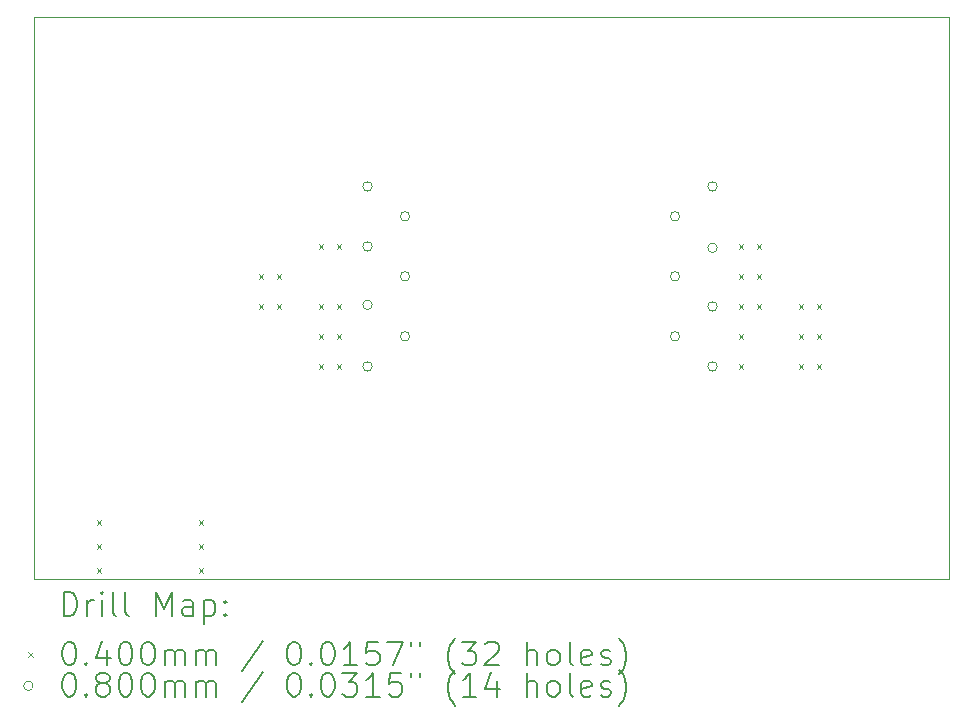
<source format=gbr>
%TF.GenerationSoftware,KiCad,Pcbnew,(6.0.9)*%
%TF.CreationDate,2022-12-04T20:24:47+08:00*%
%TF.ProjectId,kirdyShield,6b697264-7953-4686-9965-6c642e6b6963,rev?*%
%TF.SameCoordinates,Original*%
%TF.FileFunction,Drillmap*%
%TF.FilePolarity,Positive*%
%FSLAX45Y45*%
G04 Gerber Fmt 4.5, Leading zero omitted, Abs format (unit mm)*
G04 Created by KiCad (PCBNEW (6.0.9)) date 2022-12-04 20:24:47*
%MOMM*%
%LPD*%
G01*
G04 APERTURE LIST*
%ADD10C,0.100000*%
%ADD11C,0.200000*%
%ADD12C,0.040000*%
%ADD13C,0.080000*%
G04 APERTURE END LIST*
D10*
X13750000Y-10000000D02*
X6000000Y-10000000D01*
X13750000Y-10250000D02*
X13750000Y-10000000D01*
X13750000Y-14750000D02*
X13750000Y-10250000D01*
X6000000Y-14750000D02*
X13750000Y-14750000D01*
X6000000Y-10000000D02*
X6000000Y-14750000D01*
D11*
D12*
X6533200Y-14254800D02*
X6573200Y-14294800D01*
X6573200Y-14254800D02*
X6533200Y-14294800D01*
X6533200Y-14458000D02*
X6573200Y-14498000D01*
X6573200Y-14458000D02*
X6533200Y-14498000D01*
X6533200Y-14661200D02*
X6573200Y-14701200D01*
X6573200Y-14661200D02*
X6533200Y-14701200D01*
X7396800Y-14254800D02*
X7436800Y-14294800D01*
X7436800Y-14254800D02*
X7396800Y-14294800D01*
X7396800Y-14458000D02*
X7436800Y-14498000D01*
X7436800Y-14458000D02*
X7396800Y-14498000D01*
X7396800Y-14661200D02*
X7436800Y-14701200D01*
X7436800Y-14661200D02*
X7396800Y-14701200D01*
X7904800Y-12172000D02*
X7944800Y-12212000D01*
X7944800Y-12172000D02*
X7904800Y-12212000D01*
X7904800Y-12426000D02*
X7944800Y-12466000D01*
X7944800Y-12426000D02*
X7904800Y-12466000D01*
X8057200Y-12172000D02*
X8097200Y-12212000D01*
X8097200Y-12172000D02*
X8057200Y-12212000D01*
X8057200Y-12426000D02*
X8097200Y-12466000D01*
X8097200Y-12426000D02*
X8057200Y-12466000D01*
X8412800Y-11918000D02*
X8452800Y-11958000D01*
X8452800Y-11918000D02*
X8412800Y-11958000D01*
X8412800Y-12426000D02*
X8452800Y-12466000D01*
X8452800Y-12426000D02*
X8412800Y-12466000D01*
X8412800Y-12680000D02*
X8452800Y-12720000D01*
X8452800Y-12680000D02*
X8412800Y-12720000D01*
X8412800Y-12934000D02*
X8452800Y-12974000D01*
X8452800Y-12934000D02*
X8412800Y-12974000D01*
X8565200Y-11918000D02*
X8605200Y-11958000D01*
X8605200Y-11918000D02*
X8565200Y-11958000D01*
X8565200Y-12426000D02*
X8605200Y-12466000D01*
X8605200Y-12426000D02*
X8565200Y-12466000D01*
X8565200Y-12680000D02*
X8605200Y-12720000D01*
X8605200Y-12680000D02*
X8565200Y-12720000D01*
X8565200Y-12934000D02*
X8605200Y-12974000D01*
X8605200Y-12934000D02*
X8565200Y-12974000D01*
X11968800Y-11918000D02*
X12008800Y-11958000D01*
X12008800Y-11918000D02*
X11968800Y-11958000D01*
X11968800Y-12172000D02*
X12008800Y-12212000D01*
X12008800Y-12172000D02*
X11968800Y-12212000D01*
X11968800Y-12426000D02*
X12008800Y-12466000D01*
X12008800Y-12426000D02*
X11968800Y-12466000D01*
X11968800Y-12680000D02*
X12008800Y-12720000D01*
X12008800Y-12680000D02*
X11968800Y-12720000D01*
X11968800Y-12934000D02*
X12008800Y-12974000D01*
X12008800Y-12934000D02*
X11968800Y-12974000D01*
X12121200Y-11918000D02*
X12161200Y-11958000D01*
X12161200Y-11918000D02*
X12121200Y-11958000D01*
X12121200Y-12172000D02*
X12161200Y-12212000D01*
X12161200Y-12172000D02*
X12121200Y-12212000D01*
X12121200Y-12426000D02*
X12161200Y-12466000D01*
X12161200Y-12426000D02*
X12121200Y-12466000D01*
X12476800Y-12426000D02*
X12516800Y-12466000D01*
X12516800Y-12426000D02*
X12476800Y-12466000D01*
X12476800Y-12680000D02*
X12516800Y-12720000D01*
X12516800Y-12680000D02*
X12476800Y-12720000D01*
X12476800Y-12934000D02*
X12516800Y-12974000D01*
X12516800Y-12934000D02*
X12476800Y-12974000D01*
X12629200Y-12426000D02*
X12669200Y-12466000D01*
X12669200Y-12426000D02*
X12629200Y-12466000D01*
X12629200Y-12680000D02*
X12669200Y-12720000D01*
X12669200Y-12680000D02*
X12629200Y-12720000D01*
X12629200Y-12934000D02*
X12669200Y-12974000D01*
X12669200Y-12934000D02*
X12629200Y-12974000D01*
D13*
X8866500Y-11430000D02*
G75*
G03*
X8866500Y-11430000I-40000J0D01*
G01*
X8866500Y-11938000D02*
G75*
G03*
X8866500Y-11938000I-40000J0D01*
G01*
X8866500Y-12433300D02*
G75*
G03*
X8866500Y-12433300I-40000J0D01*
G01*
X8866500Y-12954000D02*
G75*
G03*
X8866500Y-12954000I-40000J0D01*
G01*
X9184000Y-11684000D02*
G75*
G03*
X9184000Y-11684000I-40000J0D01*
G01*
X9184000Y-12192000D02*
G75*
G03*
X9184000Y-12192000I-40000J0D01*
G01*
X9184000Y-12700000D02*
G75*
G03*
X9184000Y-12700000I-40000J0D01*
G01*
X11470000Y-11684000D02*
G75*
G03*
X11470000Y-11684000I-40000J0D01*
G01*
X11470000Y-12192000D02*
G75*
G03*
X11470000Y-12192000I-40000J0D01*
G01*
X11470000Y-12700000D02*
G75*
G03*
X11470000Y-12700000I-40000J0D01*
G01*
X11787500Y-11430000D02*
G75*
G03*
X11787500Y-11430000I-40000J0D01*
G01*
X11787500Y-11950700D02*
G75*
G03*
X11787500Y-11950700I-40000J0D01*
G01*
X11787500Y-12446000D02*
G75*
G03*
X11787500Y-12446000I-40000J0D01*
G01*
X11787500Y-12954000D02*
G75*
G03*
X11787500Y-12954000I-40000J0D01*
G01*
D11*
X6252619Y-15065476D02*
X6252619Y-14865476D01*
X6300238Y-14865476D01*
X6328809Y-14875000D01*
X6347857Y-14894048D01*
X6357381Y-14913095D01*
X6366905Y-14951190D01*
X6366905Y-14979762D01*
X6357381Y-15017857D01*
X6347857Y-15036905D01*
X6328809Y-15055952D01*
X6300238Y-15065476D01*
X6252619Y-15065476D01*
X6452619Y-15065476D02*
X6452619Y-14932143D01*
X6452619Y-14970238D02*
X6462143Y-14951190D01*
X6471667Y-14941667D01*
X6490714Y-14932143D01*
X6509762Y-14932143D01*
X6576428Y-15065476D02*
X6576428Y-14932143D01*
X6576428Y-14865476D02*
X6566905Y-14875000D01*
X6576428Y-14884524D01*
X6585952Y-14875000D01*
X6576428Y-14865476D01*
X6576428Y-14884524D01*
X6700238Y-15065476D02*
X6681190Y-15055952D01*
X6671667Y-15036905D01*
X6671667Y-14865476D01*
X6805000Y-15065476D02*
X6785952Y-15055952D01*
X6776428Y-15036905D01*
X6776428Y-14865476D01*
X7033571Y-15065476D02*
X7033571Y-14865476D01*
X7100238Y-15008333D01*
X7166905Y-14865476D01*
X7166905Y-15065476D01*
X7347857Y-15065476D02*
X7347857Y-14960714D01*
X7338333Y-14941667D01*
X7319286Y-14932143D01*
X7281190Y-14932143D01*
X7262143Y-14941667D01*
X7347857Y-15055952D02*
X7328809Y-15065476D01*
X7281190Y-15065476D01*
X7262143Y-15055952D01*
X7252619Y-15036905D01*
X7252619Y-15017857D01*
X7262143Y-14998809D01*
X7281190Y-14989286D01*
X7328809Y-14989286D01*
X7347857Y-14979762D01*
X7443095Y-14932143D02*
X7443095Y-15132143D01*
X7443095Y-14941667D02*
X7462143Y-14932143D01*
X7500238Y-14932143D01*
X7519286Y-14941667D01*
X7528809Y-14951190D01*
X7538333Y-14970238D01*
X7538333Y-15027381D01*
X7528809Y-15046428D01*
X7519286Y-15055952D01*
X7500238Y-15065476D01*
X7462143Y-15065476D01*
X7443095Y-15055952D01*
X7624048Y-15046428D02*
X7633571Y-15055952D01*
X7624048Y-15065476D01*
X7614524Y-15055952D01*
X7624048Y-15046428D01*
X7624048Y-15065476D01*
X7624048Y-14941667D02*
X7633571Y-14951190D01*
X7624048Y-14960714D01*
X7614524Y-14951190D01*
X7624048Y-14941667D01*
X7624048Y-14960714D01*
D12*
X5955000Y-15375000D02*
X5995000Y-15415000D01*
X5995000Y-15375000D02*
X5955000Y-15415000D01*
D11*
X6290714Y-15285476D02*
X6309762Y-15285476D01*
X6328809Y-15295000D01*
X6338333Y-15304524D01*
X6347857Y-15323571D01*
X6357381Y-15361667D01*
X6357381Y-15409286D01*
X6347857Y-15447381D01*
X6338333Y-15466428D01*
X6328809Y-15475952D01*
X6309762Y-15485476D01*
X6290714Y-15485476D01*
X6271667Y-15475952D01*
X6262143Y-15466428D01*
X6252619Y-15447381D01*
X6243095Y-15409286D01*
X6243095Y-15361667D01*
X6252619Y-15323571D01*
X6262143Y-15304524D01*
X6271667Y-15295000D01*
X6290714Y-15285476D01*
X6443095Y-15466428D02*
X6452619Y-15475952D01*
X6443095Y-15485476D01*
X6433571Y-15475952D01*
X6443095Y-15466428D01*
X6443095Y-15485476D01*
X6624048Y-15352143D02*
X6624048Y-15485476D01*
X6576428Y-15275952D02*
X6528809Y-15418809D01*
X6652619Y-15418809D01*
X6766905Y-15285476D02*
X6785952Y-15285476D01*
X6805000Y-15295000D01*
X6814524Y-15304524D01*
X6824048Y-15323571D01*
X6833571Y-15361667D01*
X6833571Y-15409286D01*
X6824048Y-15447381D01*
X6814524Y-15466428D01*
X6805000Y-15475952D01*
X6785952Y-15485476D01*
X6766905Y-15485476D01*
X6747857Y-15475952D01*
X6738333Y-15466428D01*
X6728809Y-15447381D01*
X6719286Y-15409286D01*
X6719286Y-15361667D01*
X6728809Y-15323571D01*
X6738333Y-15304524D01*
X6747857Y-15295000D01*
X6766905Y-15285476D01*
X6957381Y-15285476D02*
X6976428Y-15285476D01*
X6995476Y-15295000D01*
X7005000Y-15304524D01*
X7014524Y-15323571D01*
X7024048Y-15361667D01*
X7024048Y-15409286D01*
X7014524Y-15447381D01*
X7005000Y-15466428D01*
X6995476Y-15475952D01*
X6976428Y-15485476D01*
X6957381Y-15485476D01*
X6938333Y-15475952D01*
X6928809Y-15466428D01*
X6919286Y-15447381D01*
X6909762Y-15409286D01*
X6909762Y-15361667D01*
X6919286Y-15323571D01*
X6928809Y-15304524D01*
X6938333Y-15295000D01*
X6957381Y-15285476D01*
X7109762Y-15485476D02*
X7109762Y-15352143D01*
X7109762Y-15371190D02*
X7119286Y-15361667D01*
X7138333Y-15352143D01*
X7166905Y-15352143D01*
X7185952Y-15361667D01*
X7195476Y-15380714D01*
X7195476Y-15485476D01*
X7195476Y-15380714D02*
X7205000Y-15361667D01*
X7224048Y-15352143D01*
X7252619Y-15352143D01*
X7271667Y-15361667D01*
X7281190Y-15380714D01*
X7281190Y-15485476D01*
X7376428Y-15485476D02*
X7376428Y-15352143D01*
X7376428Y-15371190D02*
X7385952Y-15361667D01*
X7405000Y-15352143D01*
X7433571Y-15352143D01*
X7452619Y-15361667D01*
X7462143Y-15380714D01*
X7462143Y-15485476D01*
X7462143Y-15380714D02*
X7471667Y-15361667D01*
X7490714Y-15352143D01*
X7519286Y-15352143D01*
X7538333Y-15361667D01*
X7547857Y-15380714D01*
X7547857Y-15485476D01*
X7938333Y-15275952D02*
X7766905Y-15533095D01*
X8195476Y-15285476D02*
X8214524Y-15285476D01*
X8233571Y-15295000D01*
X8243095Y-15304524D01*
X8252619Y-15323571D01*
X8262143Y-15361667D01*
X8262143Y-15409286D01*
X8252619Y-15447381D01*
X8243095Y-15466428D01*
X8233571Y-15475952D01*
X8214524Y-15485476D01*
X8195476Y-15485476D01*
X8176428Y-15475952D01*
X8166905Y-15466428D01*
X8157381Y-15447381D01*
X8147857Y-15409286D01*
X8147857Y-15361667D01*
X8157381Y-15323571D01*
X8166905Y-15304524D01*
X8176428Y-15295000D01*
X8195476Y-15285476D01*
X8347857Y-15466428D02*
X8357381Y-15475952D01*
X8347857Y-15485476D01*
X8338333Y-15475952D01*
X8347857Y-15466428D01*
X8347857Y-15485476D01*
X8481190Y-15285476D02*
X8500238Y-15285476D01*
X8519286Y-15295000D01*
X8528810Y-15304524D01*
X8538333Y-15323571D01*
X8547857Y-15361667D01*
X8547857Y-15409286D01*
X8538333Y-15447381D01*
X8528810Y-15466428D01*
X8519286Y-15475952D01*
X8500238Y-15485476D01*
X8481190Y-15485476D01*
X8462143Y-15475952D01*
X8452619Y-15466428D01*
X8443095Y-15447381D01*
X8433571Y-15409286D01*
X8433571Y-15361667D01*
X8443095Y-15323571D01*
X8452619Y-15304524D01*
X8462143Y-15295000D01*
X8481190Y-15285476D01*
X8738333Y-15485476D02*
X8624048Y-15485476D01*
X8681190Y-15485476D02*
X8681190Y-15285476D01*
X8662143Y-15314048D01*
X8643095Y-15333095D01*
X8624048Y-15342619D01*
X8919286Y-15285476D02*
X8824048Y-15285476D01*
X8814524Y-15380714D01*
X8824048Y-15371190D01*
X8843095Y-15361667D01*
X8890714Y-15361667D01*
X8909762Y-15371190D01*
X8919286Y-15380714D01*
X8928810Y-15399762D01*
X8928810Y-15447381D01*
X8919286Y-15466428D01*
X8909762Y-15475952D01*
X8890714Y-15485476D01*
X8843095Y-15485476D01*
X8824048Y-15475952D01*
X8814524Y-15466428D01*
X8995476Y-15285476D02*
X9128810Y-15285476D01*
X9043095Y-15485476D01*
X9195476Y-15285476D02*
X9195476Y-15323571D01*
X9271667Y-15285476D02*
X9271667Y-15323571D01*
X9566905Y-15561667D02*
X9557381Y-15552143D01*
X9538333Y-15523571D01*
X9528810Y-15504524D01*
X9519286Y-15475952D01*
X9509762Y-15428333D01*
X9509762Y-15390238D01*
X9519286Y-15342619D01*
X9528810Y-15314048D01*
X9538333Y-15295000D01*
X9557381Y-15266428D01*
X9566905Y-15256905D01*
X9624048Y-15285476D02*
X9747857Y-15285476D01*
X9681190Y-15361667D01*
X9709762Y-15361667D01*
X9728810Y-15371190D01*
X9738333Y-15380714D01*
X9747857Y-15399762D01*
X9747857Y-15447381D01*
X9738333Y-15466428D01*
X9728810Y-15475952D01*
X9709762Y-15485476D01*
X9652619Y-15485476D01*
X9633571Y-15475952D01*
X9624048Y-15466428D01*
X9824048Y-15304524D02*
X9833571Y-15295000D01*
X9852619Y-15285476D01*
X9900238Y-15285476D01*
X9919286Y-15295000D01*
X9928810Y-15304524D01*
X9938333Y-15323571D01*
X9938333Y-15342619D01*
X9928810Y-15371190D01*
X9814524Y-15485476D01*
X9938333Y-15485476D01*
X10176429Y-15485476D02*
X10176429Y-15285476D01*
X10262143Y-15485476D02*
X10262143Y-15380714D01*
X10252619Y-15361667D01*
X10233571Y-15352143D01*
X10205000Y-15352143D01*
X10185952Y-15361667D01*
X10176429Y-15371190D01*
X10385952Y-15485476D02*
X10366905Y-15475952D01*
X10357381Y-15466428D01*
X10347857Y-15447381D01*
X10347857Y-15390238D01*
X10357381Y-15371190D01*
X10366905Y-15361667D01*
X10385952Y-15352143D01*
X10414524Y-15352143D01*
X10433571Y-15361667D01*
X10443095Y-15371190D01*
X10452619Y-15390238D01*
X10452619Y-15447381D01*
X10443095Y-15466428D01*
X10433571Y-15475952D01*
X10414524Y-15485476D01*
X10385952Y-15485476D01*
X10566905Y-15485476D02*
X10547857Y-15475952D01*
X10538333Y-15456905D01*
X10538333Y-15285476D01*
X10719286Y-15475952D02*
X10700238Y-15485476D01*
X10662143Y-15485476D01*
X10643095Y-15475952D01*
X10633571Y-15456905D01*
X10633571Y-15380714D01*
X10643095Y-15361667D01*
X10662143Y-15352143D01*
X10700238Y-15352143D01*
X10719286Y-15361667D01*
X10728810Y-15380714D01*
X10728810Y-15399762D01*
X10633571Y-15418809D01*
X10805000Y-15475952D02*
X10824048Y-15485476D01*
X10862143Y-15485476D01*
X10881190Y-15475952D01*
X10890714Y-15456905D01*
X10890714Y-15447381D01*
X10881190Y-15428333D01*
X10862143Y-15418809D01*
X10833571Y-15418809D01*
X10814524Y-15409286D01*
X10805000Y-15390238D01*
X10805000Y-15380714D01*
X10814524Y-15361667D01*
X10833571Y-15352143D01*
X10862143Y-15352143D01*
X10881190Y-15361667D01*
X10957381Y-15561667D02*
X10966905Y-15552143D01*
X10985952Y-15523571D01*
X10995476Y-15504524D01*
X11005000Y-15475952D01*
X11014524Y-15428333D01*
X11014524Y-15390238D01*
X11005000Y-15342619D01*
X10995476Y-15314048D01*
X10985952Y-15295000D01*
X10966905Y-15266428D01*
X10957381Y-15256905D01*
D13*
X5995000Y-15659000D02*
G75*
G03*
X5995000Y-15659000I-40000J0D01*
G01*
D11*
X6290714Y-15549476D02*
X6309762Y-15549476D01*
X6328809Y-15559000D01*
X6338333Y-15568524D01*
X6347857Y-15587571D01*
X6357381Y-15625667D01*
X6357381Y-15673286D01*
X6347857Y-15711381D01*
X6338333Y-15730428D01*
X6328809Y-15739952D01*
X6309762Y-15749476D01*
X6290714Y-15749476D01*
X6271667Y-15739952D01*
X6262143Y-15730428D01*
X6252619Y-15711381D01*
X6243095Y-15673286D01*
X6243095Y-15625667D01*
X6252619Y-15587571D01*
X6262143Y-15568524D01*
X6271667Y-15559000D01*
X6290714Y-15549476D01*
X6443095Y-15730428D02*
X6452619Y-15739952D01*
X6443095Y-15749476D01*
X6433571Y-15739952D01*
X6443095Y-15730428D01*
X6443095Y-15749476D01*
X6566905Y-15635190D02*
X6547857Y-15625667D01*
X6538333Y-15616143D01*
X6528809Y-15597095D01*
X6528809Y-15587571D01*
X6538333Y-15568524D01*
X6547857Y-15559000D01*
X6566905Y-15549476D01*
X6605000Y-15549476D01*
X6624048Y-15559000D01*
X6633571Y-15568524D01*
X6643095Y-15587571D01*
X6643095Y-15597095D01*
X6633571Y-15616143D01*
X6624048Y-15625667D01*
X6605000Y-15635190D01*
X6566905Y-15635190D01*
X6547857Y-15644714D01*
X6538333Y-15654238D01*
X6528809Y-15673286D01*
X6528809Y-15711381D01*
X6538333Y-15730428D01*
X6547857Y-15739952D01*
X6566905Y-15749476D01*
X6605000Y-15749476D01*
X6624048Y-15739952D01*
X6633571Y-15730428D01*
X6643095Y-15711381D01*
X6643095Y-15673286D01*
X6633571Y-15654238D01*
X6624048Y-15644714D01*
X6605000Y-15635190D01*
X6766905Y-15549476D02*
X6785952Y-15549476D01*
X6805000Y-15559000D01*
X6814524Y-15568524D01*
X6824048Y-15587571D01*
X6833571Y-15625667D01*
X6833571Y-15673286D01*
X6824048Y-15711381D01*
X6814524Y-15730428D01*
X6805000Y-15739952D01*
X6785952Y-15749476D01*
X6766905Y-15749476D01*
X6747857Y-15739952D01*
X6738333Y-15730428D01*
X6728809Y-15711381D01*
X6719286Y-15673286D01*
X6719286Y-15625667D01*
X6728809Y-15587571D01*
X6738333Y-15568524D01*
X6747857Y-15559000D01*
X6766905Y-15549476D01*
X6957381Y-15549476D02*
X6976428Y-15549476D01*
X6995476Y-15559000D01*
X7005000Y-15568524D01*
X7014524Y-15587571D01*
X7024048Y-15625667D01*
X7024048Y-15673286D01*
X7014524Y-15711381D01*
X7005000Y-15730428D01*
X6995476Y-15739952D01*
X6976428Y-15749476D01*
X6957381Y-15749476D01*
X6938333Y-15739952D01*
X6928809Y-15730428D01*
X6919286Y-15711381D01*
X6909762Y-15673286D01*
X6909762Y-15625667D01*
X6919286Y-15587571D01*
X6928809Y-15568524D01*
X6938333Y-15559000D01*
X6957381Y-15549476D01*
X7109762Y-15749476D02*
X7109762Y-15616143D01*
X7109762Y-15635190D02*
X7119286Y-15625667D01*
X7138333Y-15616143D01*
X7166905Y-15616143D01*
X7185952Y-15625667D01*
X7195476Y-15644714D01*
X7195476Y-15749476D01*
X7195476Y-15644714D02*
X7205000Y-15625667D01*
X7224048Y-15616143D01*
X7252619Y-15616143D01*
X7271667Y-15625667D01*
X7281190Y-15644714D01*
X7281190Y-15749476D01*
X7376428Y-15749476D02*
X7376428Y-15616143D01*
X7376428Y-15635190D02*
X7385952Y-15625667D01*
X7405000Y-15616143D01*
X7433571Y-15616143D01*
X7452619Y-15625667D01*
X7462143Y-15644714D01*
X7462143Y-15749476D01*
X7462143Y-15644714D02*
X7471667Y-15625667D01*
X7490714Y-15616143D01*
X7519286Y-15616143D01*
X7538333Y-15625667D01*
X7547857Y-15644714D01*
X7547857Y-15749476D01*
X7938333Y-15539952D02*
X7766905Y-15797095D01*
X8195476Y-15549476D02*
X8214524Y-15549476D01*
X8233571Y-15559000D01*
X8243095Y-15568524D01*
X8252619Y-15587571D01*
X8262143Y-15625667D01*
X8262143Y-15673286D01*
X8252619Y-15711381D01*
X8243095Y-15730428D01*
X8233571Y-15739952D01*
X8214524Y-15749476D01*
X8195476Y-15749476D01*
X8176428Y-15739952D01*
X8166905Y-15730428D01*
X8157381Y-15711381D01*
X8147857Y-15673286D01*
X8147857Y-15625667D01*
X8157381Y-15587571D01*
X8166905Y-15568524D01*
X8176428Y-15559000D01*
X8195476Y-15549476D01*
X8347857Y-15730428D02*
X8357381Y-15739952D01*
X8347857Y-15749476D01*
X8338333Y-15739952D01*
X8347857Y-15730428D01*
X8347857Y-15749476D01*
X8481190Y-15549476D02*
X8500238Y-15549476D01*
X8519286Y-15559000D01*
X8528810Y-15568524D01*
X8538333Y-15587571D01*
X8547857Y-15625667D01*
X8547857Y-15673286D01*
X8538333Y-15711381D01*
X8528810Y-15730428D01*
X8519286Y-15739952D01*
X8500238Y-15749476D01*
X8481190Y-15749476D01*
X8462143Y-15739952D01*
X8452619Y-15730428D01*
X8443095Y-15711381D01*
X8433571Y-15673286D01*
X8433571Y-15625667D01*
X8443095Y-15587571D01*
X8452619Y-15568524D01*
X8462143Y-15559000D01*
X8481190Y-15549476D01*
X8614524Y-15549476D02*
X8738333Y-15549476D01*
X8671667Y-15625667D01*
X8700238Y-15625667D01*
X8719286Y-15635190D01*
X8728810Y-15644714D01*
X8738333Y-15663762D01*
X8738333Y-15711381D01*
X8728810Y-15730428D01*
X8719286Y-15739952D01*
X8700238Y-15749476D01*
X8643095Y-15749476D01*
X8624048Y-15739952D01*
X8614524Y-15730428D01*
X8928810Y-15749476D02*
X8814524Y-15749476D01*
X8871667Y-15749476D02*
X8871667Y-15549476D01*
X8852619Y-15578048D01*
X8833571Y-15597095D01*
X8814524Y-15606619D01*
X9109762Y-15549476D02*
X9014524Y-15549476D01*
X9005000Y-15644714D01*
X9014524Y-15635190D01*
X9033571Y-15625667D01*
X9081190Y-15625667D01*
X9100238Y-15635190D01*
X9109762Y-15644714D01*
X9119286Y-15663762D01*
X9119286Y-15711381D01*
X9109762Y-15730428D01*
X9100238Y-15739952D01*
X9081190Y-15749476D01*
X9033571Y-15749476D01*
X9014524Y-15739952D01*
X9005000Y-15730428D01*
X9195476Y-15549476D02*
X9195476Y-15587571D01*
X9271667Y-15549476D02*
X9271667Y-15587571D01*
X9566905Y-15825667D02*
X9557381Y-15816143D01*
X9538333Y-15787571D01*
X9528810Y-15768524D01*
X9519286Y-15739952D01*
X9509762Y-15692333D01*
X9509762Y-15654238D01*
X9519286Y-15606619D01*
X9528810Y-15578048D01*
X9538333Y-15559000D01*
X9557381Y-15530428D01*
X9566905Y-15520905D01*
X9747857Y-15749476D02*
X9633571Y-15749476D01*
X9690714Y-15749476D02*
X9690714Y-15549476D01*
X9671667Y-15578048D01*
X9652619Y-15597095D01*
X9633571Y-15606619D01*
X9919286Y-15616143D02*
X9919286Y-15749476D01*
X9871667Y-15539952D02*
X9824048Y-15682809D01*
X9947857Y-15682809D01*
X10176429Y-15749476D02*
X10176429Y-15549476D01*
X10262143Y-15749476D02*
X10262143Y-15644714D01*
X10252619Y-15625667D01*
X10233571Y-15616143D01*
X10205000Y-15616143D01*
X10185952Y-15625667D01*
X10176429Y-15635190D01*
X10385952Y-15749476D02*
X10366905Y-15739952D01*
X10357381Y-15730428D01*
X10347857Y-15711381D01*
X10347857Y-15654238D01*
X10357381Y-15635190D01*
X10366905Y-15625667D01*
X10385952Y-15616143D01*
X10414524Y-15616143D01*
X10433571Y-15625667D01*
X10443095Y-15635190D01*
X10452619Y-15654238D01*
X10452619Y-15711381D01*
X10443095Y-15730428D01*
X10433571Y-15739952D01*
X10414524Y-15749476D01*
X10385952Y-15749476D01*
X10566905Y-15749476D02*
X10547857Y-15739952D01*
X10538333Y-15720905D01*
X10538333Y-15549476D01*
X10719286Y-15739952D02*
X10700238Y-15749476D01*
X10662143Y-15749476D01*
X10643095Y-15739952D01*
X10633571Y-15720905D01*
X10633571Y-15644714D01*
X10643095Y-15625667D01*
X10662143Y-15616143D01*
X10700238Y-15616143D01*
X10719286Y-15625667D01*
X10728810Y-15644714D01*
X10728810Y-15663762D01*
X10633571Y-15682809D01*
X10805000Y-15739952D02*
X10824048Y-15749476D01*
X10862143Y-15749476D01*
X10881190Y-15739952D01*
X10890714Y-15720905D01*
X10890714Y-15711381D01*
X10881190Y-15692333D01*
X10862143Y-15682809D01*
X10833571Y-15682809D01*
X10814524Y-15673286D01*
X10805000Y-15654238D01*
X10805000Y-15644714D01*
X10814524Y-15625667D01*
X10833571Y-15616143D01*
X10862143Y-15616143D01*
X10881190Y-15625667D01*
X10957381Y-15825667D02*
X10966905Y-15816143D01*
X10985952Y-15787571D01*
X10995476Y-15768524D01*
X11005000Y-15739952D01*
X11014524Y-15692333D01*
X11014524Y-15654238D01*
X11005000Y-15606619D01*
X10995476Y-15578048D01*
X10985952Y-15559000D01*
X10966905Y-15530428D01*
X10957381Y-15520905D01*
M02*

</source>
